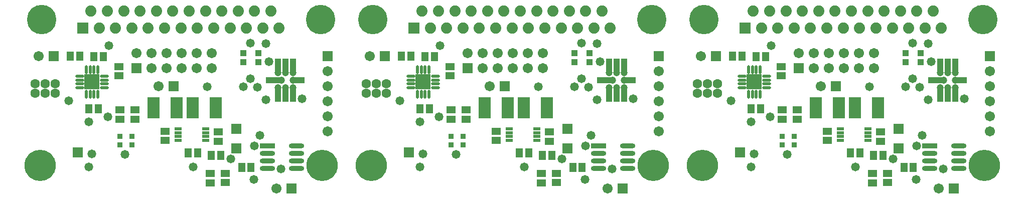
<source format=gts>
%FSLAX24Y24*%
%MOIN*%
G70*
G01*
G75*
G04 Layer_Color=8388736*
%ADD10O,0.0940X0.0250*%
%ADD11R,0.0940X0.0250*%
%ADD12R,0.0385X0.0520*%
%ADD13R,0.0520X0.0385*%
%ADD14R,0.0787X0.0315*%
%ADD15R,0.1102X0.0315*%
%ADD16R,0.0315X0.0787*%
%ADD17R,0.0748X0.1339*%
%ADD18O,0.0138X0.0512*%
%ADD19O,0.0512X0.0138*%
%ADD20R,0.0906X0.0906*%
%ADD21R,0.0270X0.0270*%
%ADD22R,0.0320X0.0360*%
%ADD23R,0.0400X0.0140*%
%ADD24R,0.0600X0.0600*%
%ADD25C,0.0250*%
%ADD26C,0.0120*%
%ADD27R,0.0591X0.0591*%
%ADD28C,0.0591*%
%ADD29C,0.2000*%
%ADD30C,0.0551*%
%ADD31C,0.0394*%
%ADD32R,0.0591X0.0591*%
%ADD33C,0.0665*%
%ADD34R,0.0665X0.0665*%
%ADD35C,0.1874*%
%ADD36C,0.0500*%
%ADD37R,0.0480X0.0787*%
%ADD38C,0.0030*%
%ADD39C,0.0098*%
%ADD40C,0.0080*%
%ADD41C,0.0079*%
%ADD42C,0.0197*%
%ADD43C,0.0100*%
%ADD44C,0.0050*%
%ADD45C,0.0059*%
%ADD46O,0.1020X0.0330*%
%ADD47R,0.1020X0.0330*%
%ADD48R,0.0465X0.0600*%
%ADD49R,0.0600X0.0465*%
%ADD50R,0.0867X0.0395*%
%ADD51R,0.1182X0.0395*%
%ADD52R,0.0395X0.0867*%
%ADD53R,0.0828X0.1419*%
%ADD54O,0.0218X0.0592*%
%ADD55O,0.0592X0.0218*%
%ADD56R,0.0986X0.0986*%
%ADD57R,0.0350X0.0350*%
%ADD58R,0.0400X0.0440*%
%ADD59R,0.0480X0.0220*%
%ADD60R,0.0680X0.0680*%
%ADD61R,0.0671X0.0671*%
%ADD62C,0.0671*%
%ADD63C,0.2080*%
%ADD64C,0.0631*%
%ADD65C,0.0474*%
%ADD66R,0.0671X0.0671*%
%ADD67C,0.0745*%
%ADD68R,0.0745X0.0745*%
%ADD69C,0.1954*%
%ADD70C,0.0580*%
D46*
X29062Y14184D02*
D03*
Y13684D02*
D03*
Y13184D02*
D03*
Y12684D02*
D03*
X27102D02*
D03*
Y13184D02*
D03*
Y13684D02*
D03*
X51062Y14184D02*
D03*
Y13684D02*
D03*
Y13184D02*
D03*
Y12684D02*
D03*
X49102D02*
D03*
Y13184D02*
D03*
Y13684D02*
D03*
X73062Y14184D02*
D03*
Y13684D02*
D03*
Y13184D02*
D03*
Y12684D02*
D03*
X71102D02*
D03*
Y13184D02*
D03*
Y13684D02*
D03*
D47*
X27102Y14184D02*
D03*
X49102D02*
D03*
X71102D02*
D03*
D48*
X15240Y16660D02*
D03*
X15865D02*
D03*
X21855Y13725D02*
D03*
X22480D02*
D03*
X25400Y12780D02*
D03*
X26025D02*
D03*
X23390Y13560D02*
D03*
X24015D02*
D03*
X14010Y20180D02*
D03*
X14635D02*
D03*
X16210Y20140D02*
D03*
X15585D02*
D03*
X37240Y16660D02*
D03*
X37865D02*
D03*
X43855Y13725D02*
D03*
X44480D02*
D03*
X47400Y12780D02*
D03*
X48025D02*
D03*
X45390Y13560D02*
D03*
X46015D02*
D03*
X36010Y20180D02*
D03*
X36635D02*
D03*
X38210Y20140D02*
D03*
X37585D02*
D03*
X59240Y16660D02*
D03*
X59865D02*
D03*
X65855Y13725D02*
D03*
X66480D02*
D03*
X69400Y12780D02*
D03*
X70025D02*
D03*
X67390Y13560D02*
D03*
X68015D02*
D03*
X58010Y20180D02*
D03*
X58635D02*
D03*
X60210Y20140D02*
D03*
X59585D02*
D03*
D49*
X18300Y15980D02*
D03*
Y16605D02*
D03*
X17300Y15980D02*
D03*
Y16605D02*
D03*
X24300Y12380D02*
D03*
Y11755D02*
D03*
X23300Y12370D02*
D03*
Y11745D02*
D03*
X17250Y18850D02*
D03*
Y19475D02*
D03*
X23855Y15125D02*
D03*
Y14500D02*
D03*
X20300Y15180D02*
D03*
Y14555D02*
D03*
X40300Y15980D02*
D03*
Y16605D02*
D03*
X39300Y15980D02*
D03*
Y16605D02*
D03*
X46300Y12380D02*
D03*
Y11755D02*
D03*
X45300Y12370D02*
D03*
Y11745D02*
D03*
X39250Y18850D02*
D03*
Y19475D02*
D03*
X45855Y15125D02*
D03*
Y14500D02*
D03*
X42300Y15180D02*
D03*
Y14555D02*
D03*
X62300Y15980D02*
D03*
Y16605D02*
D03*
X61300Y15980D02*
D03*
Y16605D02*
D03*
X68300Y12380D02*
D03*
Y11755D02*
D03*
X67300Y12370D02*
D03*
Y11745D02*
D03*
X61250Y18850D02*
D03*
Y19475D02*
D03*
X67855Y15125D02*
D03*
Y14500D02*
D03*
X64300Y15180D02*
D03*
Y14555D02*
D03*
D50*
X29162Y18580D02*
D03*
X51162D02*
D03*
X73162D02*
D03*
D51*
X27587D02*
D03*
X49587D02*
D03*
X71587D02*
D03*
D52*
X28800Y19580D02*
D03*
X28300D02*
D03*
X27800D02*
D03*
X28800Y17577D02*
D03*
X28300Y17580D02*
D03*
X27800D02*
D03*
X50800Y19580D02*
D03*
X50300D02*
D03*
X49800D02*
D03*
X50800Y17577D02*
D03*
X50300Y17580D02*
D03*
X49800D02*
D03*
X72800Y19580D02*
D03*
X72300D02*
D03*
X71800D02*
D03*
X72800Y17577D02*
D03*
X72300Y17580D02*
D03*
X71800D02*
D03*
D53*
X22132Y16730D02*
D03*
X23668D02*
D03*
X21088D02*
D03*
X19552D02*
D03*
X44132D02*
D03*
X45668D02*
D03*
X43088D02*
D03*
X41552D02*
D03*
X66132D02*
D03*
X67668D02*
D03*
X65088D02*
D03*
X63552D02*
D03*
D54*
X15076Y17642D02*
D03*
X15332D02*
D03*
X15588D02*
D03*
X15844D02*
D03*
Y19258D02*
D03*
X15588D02*
D03*
X15332D02*
D03*
X15076D02*
D03*
X37076Y17642D02*
D03*
X37332D02*
D03*
X37588D02*
D03*
X37844D02*
D03*
Y19258D02*
D03*
X37588D02*
D03*
X37332D02*
D03*
X37076D02*
D03*
X59076Y17642D02*
D03*
X59332D02*
D03*
X59588D02*
D03*
X59844D02*
D03*
Y19258D02*
D03*
X59588D02*
D03*
X59332D02*
D03*
X59076D02*
D03*
D55*
X16268Y18066D02*
D03*
Y18322D02*
D03*
Y18578D02*
D03*
Y18834D02*
D03*
X14652D02*
D03*
Y18578D02*
D03*
Y18322D02*
D03*
Y18066D02*
D03*
X38268D02*
D03*
Y18322D02*
D03*
Y18578D02*
D03*
Y18834D02*
D03*
X36652D02*
D03*
Y18578D02*
D03*
Y18322D02*
D03*
Y18066D02*
D03*
X60268D02*
D03*
Y18322D02*
D03*
Y18578D02*
D03*
Y18834D02*
D03*
X58652D02*
D03*
Y18578D02*
D03*
Y18322D02*
D03*
Y18066D02*
D03*
D56*
X15460Y18450D02*
D03*
X37460D02*
D03*
X59460D02*
D03*
D57*
X18110Y14280D02*
D03*
Y14820D02*
D03*
X17310Y14280D02*
D03*
Y14820D02*
D03*
X40110Y14280D02*
D03*
Y14820D02*
D03*
X39310Y14280D02*
D03*
Y14820D02*
D03*
X62110Y14280D02*
D03*
Y14820D02*
D03*
X61310Y14280D02*
D03*
Y14820D02*
D03*
D58*
X25500Y20380D02*
D03*
Y19780D02*
D03*
X26500Y20380D02*
D03*
Y19780D02*
D03*
X47500Y20380D02*
D03*
Y19780D02*
D03*
X48500Y20380D02*
D03*
Y19780D02*
D03*
X69500Y20380D02*
D03*
Y19780D02*
D03*
X70500Y20380D02*
D03*
Y19780D02*
D03*
D59*
X23025Y15315D02*
D03*
Y14565D02*
D03*
X21175D02*
D03*
X23025Y15065D02*
D03*
Y14815D02*
D03*
X21175D02*
D03*
Y15315D02*
D03*
Y15065D02*
D03*
X45025Y15315D02*
D03*
Y14565D02*
D03*
X43175D02*
D03*
X45025Y15065D02*
D03*
Y14815D02*
D03*
X43175D02*
D03*
Y15315D02*
D03*
Y15065D02*
D03*
X67025Y15315D02*
D03*
Y14565D02*
D03*
X65175D02*
D03*
X67025Y15065D02*
D03*
Y14815D02*
D03*
X65175D02*
D03*
Y15315D02*
D03*
Y15065D02*
D03*
D60*
X25038Y14026D02*
D03*
Y15326D02*
D03*
X47038Y14026D02*
D03*
Y15326D02*
D03*
X69038Y14026D02*
D03*
Y15326D02*
D03*
D61*
X28700Y11380D02*
D03*
X20870Y18180D02*
D03*
X18400Y19360D02*
D03*
X12900Y20180D02*
D03*
X50700Y11380D02*
D03*
X42870Y18180D02*
D03*
X40400Y19360D02*
D03*
X34900Y20180D02*
D03*
X72700Y11380D02*
D03*
X64870Y18180D02*
D03*
X62400Y19360D02*
D03*
X56900Y20180D02*
D03*
D62*
X27700Y11380D02*
D03*
X31100Y19180D02*
D03*
Y18180D02*
D03*
Y17180D02*
D03*
Y16180D02*
D03*
Y15180D02*
D03*
X19870Y18180D02*
D03*
X23400Y20360D02*
D03*
X22400D02*
D03*
X21400D02*
D03*
X20400D02*
D03*
X19400D02*
D03*
X18400D02*
D03*
X23400Y19360D02*
D03*
X22400D02*
D03*
X21400D02*
D03*
X19400D02*
D03*
X20400D02*
D03*
X11900Y20180D02*
D03*
X49700Y11380D02*
D03*
X53100Y19180D02*
D03*
Y18180D02*
D03*
Y17180D02*
D03*
Y16180D02*
D03*
Y15180D02*
D03*
X41870Y18180D02*
D03*
X45400Y20360D02*
D03*
X44400D02*
D03*
X43400D02*
D03*
X42400D02*
D03*
X41400D02*
D03*
X40400D02*
D03*
X45400Y19360D02*
D03*
X44400D02*
D03*
X43400D02*
D03*
X41400D02*
D03*
X42400D02*
D03*
X33900Y20180D02*
D03*
X71700Y11380D02*
D03*
X75100Y19180D02*
D03*
Y18180D02*
D03*
Y17180D02*
D03*
Y16180D02*
D03*
Y15180D02*
D03*
X63870Y18180D02*
D03*
X67400Y20360D02*
D03*
X66400D02*
D03*
X65400D02*
D03*
X64400D02*
D03*
X63400D02*
D03*
X62400D02*
D03*
X67400Y19360D02*
D03*
X66400D02*
D03*
X65400D02*
D03*
X63400D02*
D03*
X64400D02*
D03*
X55900Y20180D02*
D03*
D63*
X30732Y12900D02*
D03*
X12008D02*
D03*
X52732D02*
D03*
X34008D02*
D03*
X74732D02*
D03*
X56008D02*
D03*
D64*
X11680Y17697D02*
D03*
X12340D02*
D03*
X12999D02*
D03*
Y18347D02*
D03*
X12340D02*
D03*
X11680D02*
D03*
X33680Y17697D02*
D03*
X34340D02*
D03*
X34999D02*
D03*
Y18347D02*
D03*
X34340D02*
D03*
X33680D02*
D03*
X55680Y17697D02*
D03*
X56340D02*
D03*
X56999D02*
D03*
Y18347D02*
D03*
X56340D02*
D03*
X55680D02*
D03*
D65*
X28800Y18580D02*
D03*
X28040D02*
D03*
X28300Y19080D02*
D03*
Y18080D02*
D03*
X28800D02*
D03*
Y19080D02*
D03*
X27800Y18080D02*
D03*
Y19080D02*
D03*
X50800Y18580D02*
D03*
X50040D02*
D03*
X50300Y19080D02*
D03*
Y18080D02*
D03*
X50800D02*
D03*
Y19080D02*
D03*
X49800Y18080D02*
D03*
Y19080D02*
D03*
X72800Y18580D02*
D03*
X72040D02*
D03*
X72300Y19080D02*
D03*
Y18080D02*
D03*
X72800D02*
D03*
Y19080D02*
D03*
X71800Y18080D02*
D03*
Y19080D02*
D03*
D66*
X31100Y20180D02*
D03*
X14500Y13780D02*
D03*
X53100Y20180D02*
D03*
X36500Y13780D02*
D03*
X75100Y20180D02*
D03*
X58500Y13780D02*
D03*
D67*
X27892Y22041D02*
D03*
X27349Y23159D02*
D03*
X26805Y22041D02*
D03*
X26262Y23159D02*
D03*
X25718Y22041D02*
D03*
X25175Y23159D02*
D03*
X24631Y22041D02*
D03*
X24088Y23159D02*
D03*
X23544Y22041D02*
D03*
X23001Y23159D02*
D03*
X22457Y22041D02*
D03*
X21914Y23159D02*
D03*
X21370Y22041D02*
D03*
X20826Y23159D02*
D03*
X20283Y22041D02*
D03*
X19739Y23159D02*
D03*
X19196Y22041D02*
D03*
X18652Y23159D02*
D03*
X18109Y22041D02*
D03*
X17565Y23159D02*
D03*
X17022Y22041D02*
D03*
X16478Y23159D02*
D03*
X15935Y22041D02*
D03*
X15391Y23159D02*
D03*
X49892Y22041D02*
D03*
X49349Y23159D02*
D03*
X48805Y22041D02*
D03*
X48262Y23159D02*
D03*
X47718Y22041D02*
D03*
X47175Y23159D02*
D03*
X46631Y22041D02*
D03*
X46088Y23159D02*
D03*
X45544Y22041D02*
D03*
X45001Y23159D02*
D03*
X44457Y22041D02*
D03*
X43913Y23159D02*
D03*
X43370Y22041D02*
D03*
X42826Y23159D02*
D03*
X42283Y22041D02*
D03*
X41739Y23159D02*
D03*
X41196Y22041D02*
D03*
X40652Y23159D02*
D03*
X40109Y22041D02*
D03*
X39565Y23159D02*
D03*
X39022Y22041D02*
D03*
X38478Y23159D02*
D03*
X37935Y22041D02*
D03*
X37391Y23159D02*
D03*
X71892Y22041D02*
D03*
X71349Y23159D02*
D03*
X70805Y22041D02*
D03*
X70262Y23159D02*
D03*
X69718Y22041D02*
D03*
X69175Y23159D02*
D03*
X68631Y22041D02*
D03*
X68088Y23159D02*
D03*
X67544Y22041D02*
D03*
X67001Y23159D02*
D03*
X66457Y22041D02*
D03*
X65914Y23159D02*
D03*
X65370Y22041D02*
D03*
X64826Y23159D02*
D03*
X64283Y22041D02*
D03*
X63739Y23159D02*
D03*
X63196Y22041D02*
D03*
X62652Y23159D02*
D03*
X62109Y22041D02*
D03*
X61565Y23159D02*
D03*
X61022Y22041D02*
D03*
X60478Y23159D02*
D03*
X59935Y22041D02*
D03*
X59391Y23159D02*
D03*
D68*
X14848Y22041D02*
D03*
X36848D02*
D03*
X58848D02*
D03*
D69*
X12108Y22600D02*
D03*
X30632D02*
D03*
X34108D02*
D03*
X52632D02*
D03*
X56108D02*
D03*
X74632D02*
D03*
D70*
X23120Y18130D02*
D03*
X22170Y12790D02*
D03*
X15460Y13650D02*
D03*
X16580Y20870D02*
D03*
X27000Y17270D02*
D03*
X25510Y18120D02*
D03*
X26440Y18100D02*
D03*
X26240Y14190D02*
D03*
X15260Y12790D02*
D03*
X28000Y12660D02*
D03*
X26230Y11970D02*
D03*
X13900Y17210D02*
D03*
X24690Y13320D02*
D03*
X17650Y13640D02*
D03*
X15240Y15810D02*
D03*
X27200Y19790D02*
D03*
X26630Y14890D02*
D03*
X25990Y21020D02*
D03*
Y18650D02*
D03*
X29430Y17320D02*
D03*
X27020Y21000D02*
D03*
X16520Y16130D02*
D03*
X45120Y18130D02*
D03*
X44170Y12790D02*
D03*
X37460Y13650D02*
D03*
X38580Y20870D02*
D03*
X49000Y17270D02*
D03*
X47510Y18120D02*
D03*
X48440Y18100D02*
D03*
X48240Y14190D02*
D03*
X37260Y12790D02*
D03*
X50000Y12660D02*
D03*
X48230Y11970D02*
D03*
X35900Y17210D02*
D03*
X46690Y13320D02*
D03*
X39650Y13640D02*
D03*
X37240Y15810D02*
D03*
X49200Y19790D02*
D03*
X48630Y14890D02*
D03*
X47990Y21020D02*
D03*
Y18650D02*
D03*
X51430Y17320D02*
D03*
X49020Y21000D02*
D03*
X38520Y16130D02*
D03*
X67120Y18130D02*
D03*
X66170Y12790D02*
D03*
X59460Y13650D02*
D03*
X60580Y20870D02*
D03*
X71000Y17270D02*
D03*
X69510Y18120D02*
D03*
X70440Y18100D02*
D03*
X70240Y14190D02*
D03*
X59260Y12790D02*
D03*
X72000Y12660D02*
D03*
X70230Y11970D02*
D03*
X57900Y17210D02*
D03*
X68690Y13320D02*
D03*
X61650Y13640D02*
D03*
X59240Y15810D02*
D03*
X71200Y19790D02*
D03*
X70630Y14890D02*
D03*
X69990Y21020D02*
D03*
Y18650D02*
D03*
X73430Y17320D02*
D03*
X71020Y21000D02*
D03*
X60520Y16130D02*
D03*
M02*

</source>
